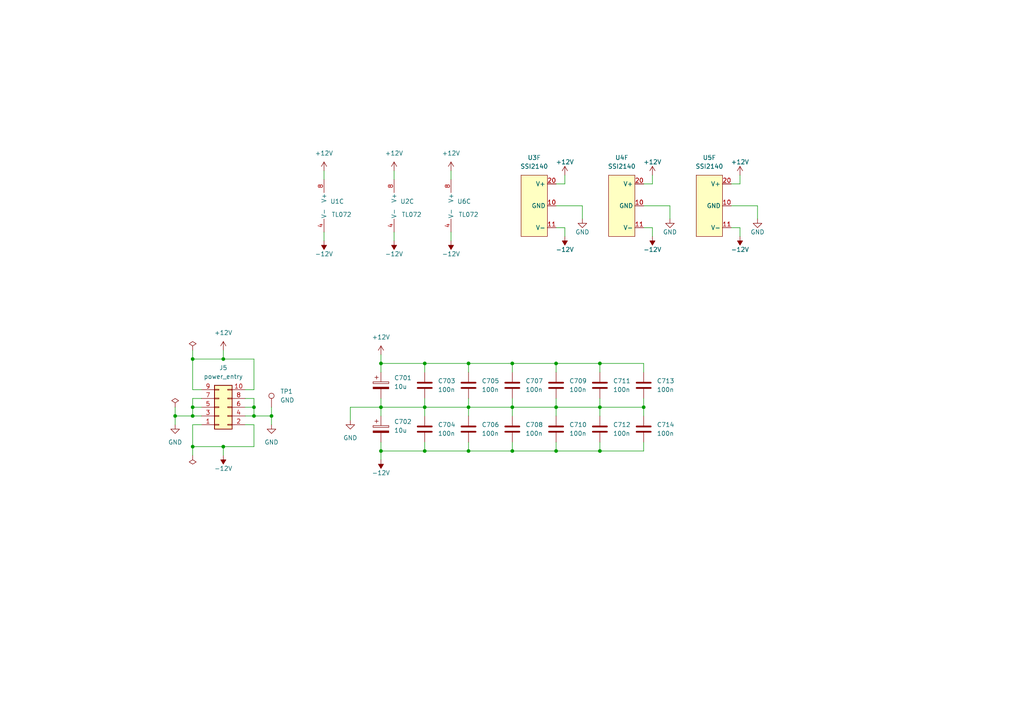
<source format=kicad_sch>
(kicad_sch (version 20211123) (generator eeschema)
  (paper "A4")
  (title_block (title "SSI2140 12-Stage Phase Shifter") (date "2022-10-11") (rev "0") (comment 1 "creativecommons.org/licences/by/4.0") (comment 2 "Licence: CC by 4.0") (comment 3 "Author: Jordan Aceto"))
  (lib_symbols
    (symbol "Amplifier_Operational:TL072" (pin_names (offset 0.127))
      (property "Reference" "U" (at 0 5.08 0))
      (property "Value" "TL072" (at 0 -5.08 0))
      (symbol "TL072_1_1"
        (polyline (pts (xy -5.08 5.08) (xy 5.08 0) (xy -5.08 -5.08) (xy -5.08 5.08)) (stroke (width 0.254)) (fill (type background)))
        (pin output line (at 7.62 0 180) (length 2.54) (name "~") (number "1"))
        (pin input line (at -7.62 -2.54 0) (length 2.54) (name "-") (number "2"))
        (pin input line (at -7.62 2.54 0) (length 2.54) (name "+") (number "3"))
      )
      (symbol "TL072_2_1"
        (polyline (pts (xy -5.08 5.08) (xy 5.08 0) (xy -5.08 -5.08) (xy -5.08 5.08)) (stroke (width 0.254)) (fill (type background)))
        (pin input line (at -7.62 2.54 0) (length 2.54) (name "+") (number "5"))
        (pin input line (at -7.62 -2.54 0) (length 2.54) (name "-") (number "6"))
        (pin output line (at 7.62 0 180) (length 2.54) (name "~") (number "7"))
      )
      (symbol "TL072_3_1"
        (pin power_in line (at -2.54 -7.62 90) (length 3.81) (name "V-") (number "4"))
        (pin power_in line (at -2.54 7.62 270) (length 3.81) (name "V+") (number "8"))
      )
    )
    (symbol "Connector:TestPoint" (pin_numbers hide) (pin_names (offset 0.762) hide)
      (property "Reference" "TP" (at 0 6.858 0))
      (property "Value" "TestPoint" (at 0 5.08 0))
      (symbol "TestPoint_0_1"
        (circle (center 0 3.302) (radius 0.762))
      )
      (symbol "TestPoint_1_1"
        (pin passive line (at 0 0 90) (length 2.54) (name "1") (number "1"))
      )
    )
    (symbol "Connector_Generic:Conn_02x05_Odd_Even" (pin_names (offset 1.016) hide)
      (property "Reference" "J" (at 1.27 7.62 0))
      (property "Value" "Conn_02x05_Odd_Even" (at 1.27 -7.62 0))
      (symbol "Conn_02x05_Odd_Even_1_1"
        (rectangle (start -1.27 -4.953) (end 0 -5.207) (stroke (width 0.1524)))
        (rectangle (start -1.27 -2.413) (end 0 -2.667) (stroke (width 0.1524)))
        (rectangle (start -1.27 0.127) (end 0 -0.127) (stroke (width 0.1524)))
        (rectangle (start -1.27 2.667) (end 0 2.413) (stroke (width 0.1524)))
        (rectangle (start -1.27 5.207) (end 0 4.953) (stroke (width 0.1524)))
        (rectangle (start -1.27 6.35) (end 3.81 -6.35) (stroke (width 0.254)) (fill (type background)))
        (rectangle (start 3.81 -4.953) (end 2.54 -5.207) (stroke (width 0.1524)))
        (rectangle (start 3.81 -2.413) (end 2.54 -2.667) (stroke (width 0.1524)))
        (rectangle (start 3.81 0.127) (end 2.54 -0.127) (stroke (width 0.1524)))
        (rectangle (start 3.81 2.667) (end 2.54 2.413) (stroke (width 0.1524)))
        (rectangle (start 3.81 5.207) (end 2.54 4.953) (stroke (width 0.1524)))
        (pin passive line (at -5.08 5.08 0) (length 3.81) (name "Pin_1") (number "1"))
        (pin passive line (at 7.62 -5.08 180) (length 3.81) (name "Pin_10") (number "10"))
        (pin passive line (at 7.62 5.08 180) (length 3.81) (name "Pin_2") (number "2"))
        (pin passive line (at -5.08 2.54 0) (length 3.81) (name "Pin_3") (number "3"))
        (pin passive line (at 7.62 2.54 180) (length 3.81) (name "Pin_4") (number "4"))
        (pin passive line (at -5.08 0 0) (length 3.81) (name "Pin_5") (number "5"))
        (pin passive line (at 7.62 0 180) (length 3.81) (name "Pin_6") (number "6"))
        (pin passive line (at -5.08 -2.54 0) (length 3.81) (name "Pin_7") (number "7"))
        (pin passive line (at 7.62 -2.54 180) (length 3.81) (name "Pin_8") (number "8"))
        (pin passive line (at -5.08 -5.08 0) (length 3.81) (name "Pin_9") (number "9"))
      )
    )
    (symbol "Device:C" (pin_numbers hide) (pin_names (offset 0.254))
      (property "Reference" "C" (at 0.635 2.54 0))
      (property "Value" "C" (at 0.635 -2.54 0))
      (symbol "C_0_1"
        (polyline (pts (xy -2.032 -0.762) (xy 2.032 -0.762)) (stroke (width 0.508)))
        (polyline (pts (xy -2.032 0.762) (xy 2.032 0.762)) (stroke (width 0.508)))
      )
      (symbol "C_1_1"
        (pin passive line (at 0 3.81 270) (length 2.794) (name "~") (number "1"))
        (pin passive line (at 0 -3.81 90) (length 2.794) (name "~") (number "2"))
      )
    )
    (symbol "Device:C_Polarized" (pin_numbers hide) (pin_names (offset 0.254))
      (property "Reference" "C" (at 0.635 2.54 0))
      (property "Value" "C_Polarized" (at 0.635 -2.54 0))
      (symbol "C_Polarized_0_1"
        (rectangle (start -2.286 0.508) (end 2.286 1.016))
        (polyline (pts (xy -1.778 2.286) (xy -0.762 2.286)))
        (polyline (pts (xy -1.27 2.794) (xy -1.27 1.778)))
        (rectangle (start 2.286 -0.508) (end -2.286 -1.016) (fill (type outline)))
      )
      (symbol "C_Polarized_1_1"
        (pin passive line (at 0 3.81 270) (length 2.794) (name "~") (number "1"))
        (pin passive line (at 0 -3.81 90) (length 2.794) (name "~") (number "2"))
      )
    )
    (symbol "custom_symbols:SSI2140"
      (property "Reference" "U" (at 0 10.16 0))
      (property "Value" "SSI2140" (at 0 7.62 0))
      (symbol "SSI2140_1_0"
        (polyline (pts (xy 0 0) (xy -2.54 0)))
        (polyline (pts (xy 0 -5.08) (xy 0 0) (xy 2.54 0)))
        (polyline (pts (xy -2.54 0) (xy -12.7 6.35) (xy -12.7 -6.35) (xy -2.54 0)) (fill (type background)))
        (text "B1" (at 5.08 0 0) (effects (font (size 1.27 1.27))))
        (text "Gm1" (at -8.89 0 0) (effects (font (size 1.27 1.27))))
      )
      (symbol "SSI2140_1_1"
        (polyline (pts (xy 8.89 0) (xy 2.54 5.08) (xy 2.54 -5.08) (xy 8.89 0)) (fill (type background)))
        (circle (center 0 0) (radius 0.635) (fill (type outline)))
        (pin output line (at 11.43 0 180) (length 2.54) (name "") (number "4"))
        (pin input line (at 0 -7.62 90) (length 2.54) (name "") (number "5"))
        (pin input line (at -15.24 0 0) (length 2.54) (name "") (number "6"))
      )
      (symbol "SSI2140_2_0"
        (polyline (pts (xy 0 0) (xy -2.54 0)))
        (polyline (pts (xy 0 -5.08) (xy 0 0) (xy 2.54 0)))
        (polyline (pts (xy -2.54 0) (xy -12.7 6.35) (xy -12.7 -6.35) (xy -2.54 0)) (fill (type background)))
        (text "B2" (at 5.08 0 0) (effects (font (size 1.27 1.27))))
        (text "Gm2" (at -8.89 0 0) (effects (font (size 1.27 1.27))))
      )
      (symbol "SSI2140_2_1"
        (polyline (pts (xy 8.89 0) (xy 2.54 5.08) (xy 2.54 -5.08) (xy 8.89 0)) (fill (type background)))
        (circle (center 0 0) (radius 0.635) (fill (type outline)))
        (pin output line (at 11.43 0 180) (length 2.54) (name "") (number "1"))
        (pin input line (at 0 -7.62 90) (length 2.54) (name "") (number "2"))
        (pin input line (at -15.24 0 0) (length 2.54) (name "") (number "3"))
      )
      (symbol "SSI2140_3_0"
        (polyline (pts (xy 0 0) (xy -2.54 0)))
        (polyline (pts (xy 0 -5.08) (xy 0 0) (xy 2.54 0)))
        (polyline (pts (xy -2.54 0) (xy -12.7 6.35) (xy -12.7 -6.35) (xy -2.54 0)) (fill (type background)))
        (text "B3" (at 5.08 0 0) (effects (font (size 1.27 1.27))))
        (text "Gm3" (at -8.89 0 0) (effects (font (size 1.27 1.27))))
      )
      (symbol "SSI2140_3_1"
        (polyline (pts (xy 8.89 0) (xy 2.54 5.08) (xy 2.54 -5.08) (xy 8.89 0)) (fill (type background)))
        (circle (center 0 0) (radius 0.635) (fill (type outline)))
        (pin output line (at 11.43 0 180) (length 2.54) (name "") (number "17"))
        (pin input line (at 0 -7.62 90) (length 2.54) (name "") (number "18"))
        (pin input line (at -15.24 0 0) (length 2.54) (name "") (number "19"))
      )
      (symbol "SSI2140_4_0"
        (polyline (pts (xy 0 0) (xy -2.54 0)))
        (polyline (pts (xy 27.94 -5.08) (xy 35.56 5.08)))
        (polyline (pts (xy 35.56 -5.08) (xy 28.575 5.08)))
        (polyline (pts (xy 0 -5.08) (xy 0 0) (xy 2.54 0)))
        (polyline (pts (xy 11.43 0) (xy 11.43 0) (xy 8.89 0)))
        (polyline (pts (xy 20.32 3.175) (xy 14.605 3.175) (xy 14.605 0)))
        (polyline (pts (xy 25.4 -5.08) (xy 25.4 -2.54) (xy 27.94 -2.54)))
        (polyline (pts (xy -2.54 0) (xy -12.7 6.35) (xy -12.7 -6.35) (xy -2.54 0)) (fill (type background)))
        (polyline (pts (xy 35.56 5.08) (xy 27.94 5.08) (xy 27.94 -5.08) (xy 35.56 -5.08)) (fill (type background)))
        (polyline (pts (xy 43.18 0) (xy 35.56 5.08) (xy 35.56 -5.08) (xy 43.18 0)) (fill (type background)))
        (polyline (pts (xy 20.32 3.175) (xy 20.955 4.445) (xy 21.59 1.905) (xy 22.225 4.445) (xy 22.86 1.905) (xy 23.495 4.445) (xy 24.13 1.905) (xy 24.765 4.445) (xy 25.4 3.175) (xy 27.94 3.175)))
        (text "+" (at 26.67 -1.27 0) (effects (font (size 1.27 1.27))))
        (text "-" (at 26.67 3.81 0) (effects (font (size 1.27 1.27))))
        (text "B4" (at 5.08 0 0) (effects (font (size 1.27 1.27))))
        (text "Gm4" (at -8.89 0 0) (effects (font (size 1.27 1.27))))
        (text "Qvca" (at 38.735 0 0) (effects (font (size 1.27 1.27))))
      )
      (symbol "SSI2140_4_1"
        (polyline (pts (xy 11.43 0) (xy 14.605 0)))
        (polyline (pts (xy 8.89 0) (xy 2.54 5.08) (xy 2.54 -5.08) (xy 8.89 0)) (fill (type background)))
        (circle (center 0 0) (radius 0.635) (fill (type outline)))
        (pin input line (at 31.75 -7.62 90) (length 2.54) (name "") (number "12"))
        (pin input line (at 25.4 -7.62 90) (length 2.54) (name "") (number "13"))
        (pin output line (at 11.43 0 180) (length 2.54) (name "") (number "14"))
        (pin input line (at 0 -7.62 90) (length 2.54) (name "") (number "15"))
        (pin input line (at -15.24 0 0) (length 2.54) (name "") (number "16"))
        (pin output line (at 45.72 0 180) (length 2.54) (name "") (number "9"))
      )
      (symbol "SSI2140_5_0"
        (text "Exponential" (at -10.16 2.54 0) (effects (font (size 1.27 1.27)) (justify left)))
        (text "Function" (at -10.16 0 0) (effects (font (size 1.27 1.27)) (justify left)))
        (text "Generator" (at -10.16 -2.54 0) (effects (font (size 1.27 1.27)) (justify left)))
      )
      (symbol "SSI2140_5_1"
        (rectangle (start -11.43 5.08) (end 12.7 -5.08) (fill (type background)))
        (pin input line (at 15.24 2.54 180) (length 2.54) (name "EXPO_CTL") (number "7"))
        (pin input line (at 15.24 -2.54 180) (length 2.54) (name "TEMPCO") (number "8"))
      )
      (symbol "SSI2140_6_0"
        (rectangle (start -3.81 6.35) (end 3.81 -11.43) (fill (type background)))
      )
      (symbol "SSI2140_6_1"
        (pin power_in line (at 6.35 -2.54 180) (length 2.54) (name "GND") (number "10"))
        (pin power_in line (at 6.35 -8.89 180) (length 2.54) (name "V-") (number "11"))
        (pin power_in line (at 6.35 3.81 180) (length 2.54) (name "V+") (number "20"))
      )
    )
    (symbol "power:+12V" (power) (pin_names (offset 0))
      (property "Value" "+12V" (at 0 3.556 0))
      (symbol "+12V_0_1"
        (polyline (pts (xy -0.762 1.27) (xy 0 2.54)))
        (polyline (pts (xy 0 0) (xy 0 2.54)))
        (polyline (pts (xy 0 2.54) (xy 0.762 1.27)))
      )
      (symbol "+12V_1_1"
        (pin power_in line (at 0 0 90) (length 0) hide (name "+12V") (number "1"))
      )
    )
    (symbol "power:-12V" (power) (pin_names (offset 0))
      (property "Value" "-12V" (at 0 3.81 0))
      (symbol "-12V_0_0"
        (pin power_in line (at 0 0 90) (length 0) hide (name "-12V") (number "1"))
      )
      (symbol "-12V_0_1"
        (polyline (pts (xy 0 0) (xy 0 1.27) (xy 0.762 1.27) (xy 0 2.54) (xy -0.762 1.27) (xy 0 1.27)) (fill (type outline)))
      )
    )
    (symbol "power:GND" (power) (pin_names (offset 0))
      (property "Value" "GND" (at 0 -3.81 0))
      (symbol "GND_0_1"
        (polyline (pts (xy 0 0) (xy 0 -1.27) (xy 1.27 -1.27) (xy 0 -2.54) (xy -1.27 -1.27) (xy 0 -1.27)))
      )
      (symbol "GND_1_1"
        (pin power_in line (at 0 0 270) (length 0) hide (name "GND") (number "1"))
      )
    )
    (symbol "power:PWR_FLAG" (power) (pin_numbers hide) (pin_names (offset 0) hide)
      (property "Value" "PWR_FLAG" (at 0 3.81 0))
      (symbol "PWR_FLAG_0_0"
        (pin power_out line (at 0 0 90) (length 0) (name "pwr") (number "1"))
      )
      (symbol "PWR_FLAG_0_1"
        (polyline (pts (xy 0 0) (xy 0 1.27) (xy -1.016 1.905) (xy 0 2.54) (xy 1.016 1.905) (xy 0 1.27)))
      )
    )
  )
  (junction (at 148.59 130.81))
  (junction (at 148.59 118.11))
  (junction (at 186.69 118.11))
  (junction (at 135.89 130.81))
  (junction (at 135.89 118.11))
  (junction (at 161.29 105.41))
  (junction (at 110.49 105.41))
  (junction (at 161.29 130.81))
  (junction (at 173.99 105.41))
  (junction (at 173.99 130.81))
  (junction (at 78.74 120.65))
  (junction (at 55.88 118.11))
  (junction (at 50.8 120.65))
  (junction (at 64.77 129.54))
  (junction (at 148.59 105.41))
  (junction (at 135.89 105.41))
  (junction (at 110.49 130.81))
  (junction (at 55.88 104.14))
  (junction (at 110.49 118.11))
  (junction (at 123.19 130.81))
  (junction (at 73.66 118.11))
  (junction (at 55.88 129.54))
  (junction (at 73.66 120.65))
  (junction (at 123.19 118.11))
  (junction (at 123.19 105.41))
  (junction (at 161.29 118.11))
  (junction (at 55.88 120.65))
  (junction (at 64.77 104.14))
  (junction (at 173.99 118.11))
  (wire (pts (xy 110.49 115.57) (xy 110.49 118.11)))
  (wire (pts (xy 161.29 130.81) (xy 173.99 130.81)))
  (wire (pts (xy 64.77 104.14) (xy 55.88 104.14)))
  (wire (pts (xy 64.77 129.54) (xy 73.66 129.54)))
  (wire (pts (xy 163.83 68.58) (xy 163.83 66.04)))
  (wire (pts (xy 55.88 113.03) (xy 58.42 113.03)))
  (wire (pts (xy 173.99 105.41) (xy 161.29 105.41)))
  (wire (pts (xy 161.29 118.11) (xy 161.29 120.65)))
  (wire (pts (xy 55.88 118.11) (xy 55.88 120.65)))
  (wire (pts (xy 189.23 68.58) (xy 189.23 66.04)))
  (wire (pts (xy 101.6 121.92) (xy 101.6 118.11)))
  (wire (pts (xy 219.71 59.69) (xy 212.09 59.69)))
  (wire (pts (xy 50.8 123.19) (xy 50.8 120.65)))
  (wire (pts (xy 123.19 130.81) (xy 135.89 130.81)))
  (wire (pts (xy 55.88 101.6) (xy 55.88 104.14)))
  (wire (pts (xy 110.49 118.11) (xy 123.19 118.11)))
  (wire (pts (xy 186.69 105.41) (xy 173.99 105.41)))
  (wire (pts (xy 71.12 120.65) (xy 73.66 120.65)))
  (wire (pts (xy 161.29 105.41) (xy 148.59 105.41)))
  (wire (pts (xy 186.69 118.11) (xy 186.69 115.57)))
  (wire (pts (xy 123.19 130.81) (xy 110.49 130.81)))
  (wire (pts (xy 168.91 63.5) (xy 168.91 59.69)))
  (wire (pts (xy 214.63 53.34) (xy 212.09 53.34)))
  (wire (pts (xy 189.23 53.34) (xy 186.69 53.34)))
  (wire (pts (xy 55.88 104.14) (xy 55.88 113.03)))
  (wire (pts (xy 130.81 49.53) (xy 130.81 52.07)))
  (wire (pts (xy 123.19 105.41) (xy 123.19 107.95)))
  (wire (pts (xy 214.63 66.04) (xy 212.09 66.04)))
  (wire (pts (xy 78.74 118.11) (xy 78.74 120.65)))
  (wire (pts (xy 110.49 102.87) (xy 110.49 105.41)))
  (wire (pts (xy 123.19 118.11) (xy 123.19 120.65)))
  (wire (pts (xy 110.49 130.81) (xy 110.49 128.27)))
  (wire (pts (xy 114.3 49.53) (xy 114.3 52.07)))
  (wire (pts (xy 71.12 115.57) (xy 73.66 115.57)))
  (wire (pts (xy 114.3 69.85) (xy 114.3 67.31)))
  (wire (pts (xy 148.59 130.81) (xy 148.59 128.27)))
  (wire (pts (xy 64.77 101.6) (xy 64.77 104.14)))
  (wire (pts (xy 71.12 113.03) (xy 73.66 113.03)))
  (wire (pts (xy 163.83 66.04) (xy 161.29 66.04)))
  (wire (pts (xy 58.42 120.65) (xy 55.88 120.65)))
  (wire (pts (xy 55.88 118.11) (xy 58.42 118.11)))
  (wire (pts (xy 161.29 115.57) (xy 161.29 118.11)))
  (wire (pts (xy 64.77 129.54) (xy 64.77 132.08)))
  (wire (pts (xy 189.23 66.04) (xy 186.69 66.04)))
  (wire (pts (xy 73.66 118.11) (xy 73.66 115.57)))
  (wire (pts (xy 110.49 105.41) (xy 110.49 107.95)))
  (wire (pts (xy 194.31 63.5) (xy 194.31 59.69)))
  (wire (pts (xy 148.59 107.95) (xy 148.59 105.41)))
  (wire (pts (xy 55.88 115.57) (xy 55.88 118.11)))
  (wire (pts (xy 161.29 105.41) (xy 161.29 107.95)))
  (wire (pts (xy 73.66 120.65) (xy 73.66 118.11)))
  (wire (pts (xy 135.89 118.11) (xy 135.89 115.57)))
  (wire (pts (xy 55.88 123.19) (xy 55.88 129.54)))
  (wire (pts (xy 173.99 118.11) (xy 173.99 115.57)))
  (wire (pts (xy 123.19 115.57) (xy 123.19 118.11)))
  (wire (pts (xy 161.29 130.81) (xy 148.59 130.81)))
  (wire (pts (xy 189.23 50.8) (xy 189.23 53.34)))
  (wire (pts (xy 194.31 59.69) (xy 186.69 59.69)))
  (wire (pts (xy 135.89 118.11) (xy 123.19 118.11)))
  (wire (pts (xy 78.74 123.19) (xy 78.74 120.65)))
  (wire (pts (xy 50.8 118.11) (xy 50.8 120.65)))
  (wire (pts (xy 130.81 69.85) (xy 130.81 67.31)))
  (wire (pts (xy 214.63 68.58) (xy 214.63 66.04)))
  (wire (pts (xy 173.99 130.81) (xy 186.69 130.81)))
  (wire (pts (xy 110.49 133.35) (xy 110.49 130.81)))
  (wire (pts (xy 93.98 69.85) (xy 93.98 67.31)))
  (wire (pts (xy 148.59 105.41) (xy 135.89 105.41)))
  (wire (pts (xy 173.99 118.11) (xy 161.29 118.11)))
  (wire (pts (xy 173.99 130.81) (xy 173.99 128.27)))
  (wire (pts (xy 214.63 50.8) (xy 214.63 53.34)))
  (wire (pts (xy 135.89 130.81) (xy 135.89 128.27)))
  (wire (pts (xy 186.69 120.65) (xy 186.69 118.11)))
  (wire (pts (xy 73.66 104.14) (xy 64.77 104.14)))
  (wire (pts (xy 186.69 118.11) (xy 173.99 118.11)))
  (wire (pts (xy 93.98 49.53) (xy 93.98 52.07)))
  (wire (pts (xy 148.59 118.11) (xy 135.89 118.11)))
  (wire (pts (xy 55.88 132.08) (xy 55.88 129.54)))
  (wire (pts (xy 135.89 105.41) (xy 135.89 107.95)))
  (wire (pts (xy 123.19 105.41) (xy 110.49 105.41)))
  (wire (pts (xy 186.69 130.81) (xy 186.69 128.27)))
  (wire (pts (xy 168.91 59.69) (xy 161.29 59.69)))
  (wire (pts (xy 123.19 128.27) (xy 123.19 130.81)))
  (wire (pts (xy 110.49 118.11) (xy 110.49 120.65)))
  (wire (pts (xy 55.88 115.57) (xy 58.42 115.57)))
  (wire (pts (xy 73.66 123.19) (xy 71.12 123.19)))
  (wire (pts (xy 163.83 53.34) (xy 161.29 53.34)))
  (wire (pts (xy 71.12 118.11) (xy 73.66 118.11)))
  (wire (pts (xy 148.59 120.65) (xy 148.59 118.11)))
  (wire (pts (xy 73.66 113.03) (xy 73.66 104.14)))
  (wire (pts (xy 135.89 130.81) (xy 148.59 130.81)))
  (wire (pts (xy 148.59 118.11) (xy 161.29 118.11)))
  (wire (pts (xy 173.99 105.41) (xy 173.99 107.95)))
  (wire (pts (xy 73.66 129.54) (xy 73.66 123.19)))
  (wire (pts (xy 135.89 118.11) (xy 135.89 120.65)))
  (wire (pts (xy 161.29 128.27) (xy 161.29 130.81)))
  (wire (pts (xy 58.42 123.19) (xy 55.88 123.19)))
  (wire (pts (xy 78.74 120.65) (xy 73.66 120.65)))
  (wire (pts (xy 55.88 129.54) (xy 64.77 129.54)))
  (wire (pts (xy 101.6 118.11) (xy 110.49 118.11)))
  (wire (pts (xy 135.89 105.41) (xy 123.19 105.41)))
  (wire (pts (xy 173.99 118.11) (xy 173.99 120.65)))
  (wire (pts (xy 163.83 50.8) (xy 163.83 53.34)))
  (wire (pts (xy 219.71 63.5) (xy 219.71 59.69)))
  (wire (pts (xy 148.59 118.11) (xy 148.59 115.57)))
  (wire (pts (xy 186.69 107.95) (xy 186.69 105.41)))
  (wire (pts (xy 50.8 120.65) (xy 55.88 120.65)))
  (symbol (lib_id "power:GND") (at 78.74 123.19 0) (unit 1)
    (property "Reference" "#PWR023" (effects hide))
    (property "Value" "GND" (at 78.74 128.27 0))
  )
  (symbol (lib_id "power:+12V") (at 110.49 102.87 0) (unit 1)
    (property "Reference" "#PWR030" (effects hide))
    (property "Value" "+12V" (at 110.49 97.79 0))
  )
  (symbol (lib_id "Device:C") (at 161.29 111.76 0) (unit 1)
    (property "Reference" "C709" (at 165.1 110.4899 0) (effects (justify left)))
    (property "Value" "100n" (at 165.1 113.0299 0) (effects (justify left)))
    (property "Footprint" "Capacitor_SMD:C_0603_1608Metric" (effects hide))
  )
  (symbol (lib_id "Device:C") (at 148.59 124.46 0) (unit 1)
    (property "Reference" "C708" (at 152.4 123.1899 0) (effects (justify left)))
    (property "Value" "100n" (at 152.4 125.7299 0) (effects (justify left)))
    (property "Footprint" "Capacitor_SMD:C_0603_1608Metric" (effects hide))
  )
  (symbol (lib_id "Device:C_Polarized") (at 110.49 111.76 0) (unit 1)
    (property "Reference" "C701" (at 114.3 109.6009 0) (effects (justify left)))
    (property "Value" "10u" (at 114.3 112.1409 0) (effects (justify left)))
    (property "Footprint" "Capacitor_THT:CP_Radial_D6.3mm_P2.50mm" (effects hide))
  )
  (symbol (lib_id "Device:C") (at 123.19 124.46 0) (unit 1)
    (property "Reference" "C704" (at 127 123.1899 0) (effects (justify left)))
    (property "Value" "100n" (at 127 125.7299 0) (effects (justify left)))
    (property "Footprint" "Capacitor_SMD:C_0603_1608Metric" (effects hide))
  )
  (symbol (lib_id "power:-12V") (at 93.98 69.85 180) (unit 1)
    (property "Reference" "#PWR028" (effects hide))
    (property "Value" "-12V" (at 93.98 73.66 0))
  )
  (symbol (lib_id "power:-12V") (at 130.81 69.85 180) (unit 1)
    (property "Reference" "#PWR0702" (effects hide))
    (property "Value" "-12V" (at 130.81 73.66 0))
  )
  (symbol (lib_id "power:-12V") (at 64.77 132.08 180) (unit 1)
    (property "Reference" "#PWR022" (effects hide))
    (property "Value" "-12V" (at 64.77 135.89 0))
  )
  (symbol (lib_id "Device:C") (at 148.59 111.76 0) (unit 1)
    (property "Reference" "C707" (at 152.4 110.4899 0) (effects (justify left)))
    (property "Value" "100n" (at 152.4 113.0299 0) (effects (justify left)))
    (property "Footprint" "Capacitor_SMD:C_0603_1608Metric" (effects hide))
  )
  (symbol (lib_id "custom_symbols:SSI2140") (at 154.94 57.15 0) (unit 6)
    (property "Reference" "U3" (at 154.94 45.72 0))
    (property "Value" "SSI2140" (at 154.94 48.26 0))
    (property "Footprint" "Package_SO:TSSOP-20_4.4x6.5mm_P0.65mm" (effects hide))
  )
  (symbol (lib_id "power:+12V") (at 214.63 50.8 0) (unit 1)
    (property "Reference" "#PWR0708" (effects hide))
    (property "Value" "+12V" (at 214.63 46.99 0))
  )
  (symbol (lib_id "Device:C") (at 135.89 111.76 0) (unit 1)
    (property "Reference" "C705" (at 139.7 110.4899 0) (effects (justify left)))
    (property "Value" "100n" (at 139.7 113.0299 0) (effects (justify left)))
    (property "Footprint" "Capacitor_SMD:C_0603_1608Metric" (effects hide))
  )
  (symbol (lib_id "power:+12V") (at 163.83 50.8 0) (unit 1)
    (property "Reference" "#PWR024" (effects hide))
    (property "Value" "+12V" (at 163.83 46.99 0))
  )
  (symbol (lib_id "custom_symbols:SSI2140") (at 205.74 57.15 0) (unit 6)
    (property "Reference" "U5" (at 205.74 45.72 0))
    (property "Value" "SSI2140" (at 205.74 48.26 0))
    (property "Footprint" "Package_SO:TSSOP-20_4.4x6.5mm_P0.65mm" (effects hide))
  )
  (symbol (lib_id "power:PWR_FLAG") (at 55.88 132.08 180) (unit 1)
    (property "Reference" "#FLG03" (effects hide))
    (property "Value" "PWR_FLAG" (effects hide))
  )
  (symbol (lib_id "power:+12V") (at 130.81 49.53 0) (unit 1)
    (property "Reference" "#PWR0701" (effects hide))
    (property "Value" "+12V" (at 130.81 44.45 0))
  )
  (symbol (lib_id "Amplifier_Operational:TL072") (at 96.52 59.69 0) (unit 3)
    (property "Reference" "U1" (at 97.79 58.42 0))
    (property "Value" "TL072" (at 99.06 62.23 0))
    (property "Footprint" "Package_SO:SOIC-8_3.9x4.9mm_P1.27mm" (effects hide))
    (property "Datasheet" "http://www.ti.com/lit/ds/symlink/tl071.pdf" (effects hide))
  )
  (symbol (lib_id "Device:C") (at 186.69 111.76 0) (unit 1)
    (property "Reference" "C713" (at 190.5 110.4899 0) (effects (justify left)))
    (property "Value" "100n" (at 190.5 113.0299 0) (effects (justify left)))
    (property "Footprint" "Capacitor_SMD:C_0603_1608Metric" (effects hide))
  )
  (symbol (lib_id "Device:C") (at 123.19 111.76 0) (unit 1)
    (property "Reference" "C703" (at 127 110.4899 0) (effects (justify left)))
    (property "Value" "100n" (at 127 113.0299 0) (effects (justify left)))
    (property "Footprint" "Capacitor_SMD:C_0603_1608Metric" (effects hide))
  )
  (symbol (lib_id "Connector:TestPoint") (at 78.74 118.11 0) (unit 1) (in_bom no)
    (property "Reference" "TP1" (at 81.28 113.5379 0) (effects (justify left)))
    (property "Value" "GND" (at 81.28 116.0779 0) (effects (justify left)))
    (property "Footprint" "TestPoint:TestPoint_Bridge_Pitch7.62mm_Drill1.3mm" (effects hide))
  )
  (symbol (lib_id "Device:C") (at 135.89 124.46 0) (unit 1)
    (property "Reference" "C706" (at 139.7 123.1899 0) (effects (justify left)))
    (property "Value" "100n" (at 139.7 125.7299 0) (effects (justify left)))
    (property "Footprint" "Capacitor_SMD:C_0603_1608Metric" (effects hide))
  )
  (symbol (lib_id "Device:C") (at 186.69 124.46 0) (unit 1)
    (property "Reference" "C714" (at 190.5 123.1899 0) (effects (justify left)))
    (property "Value" "100n" (at 190.5 125.7299 0) (effects (justify left)))
    (property "Footprint" "Capacitor_SMD:C_0603_1608Metric" (effects hide))
  )
  (symbol (lib_id "power:GND") (at 168.91 63.5 0) (unit 1)
    (property "Reference" "#PWR026" (effects hide))
    (property "Value" "GND" (at 168.91 67.31 0))
  )
  (symbol (lib_id "power:-12V") (at 163.83 68.58 180) (unit 1)
    (property "Reference" "#PWR025" (effects hide))
    (property "Value" "-12V" (at 163.83 72.39 0))
  )
  (symbol (lib_id "power:+12V") (at 93.98 49.53 0) (unit 1)
    (property "Reference" "#PWR027" (effects hide))
    (property "Value" "+12V" (at 93.98 44.45 0))
  )
  (symbol (lib_id "power:PWR_FLAG") (at 50.8 118.11 0) (unit 1)
    (property "Reference" "#FLG01" (effects hide))
    (property "Value" "PWR_FLAG" (effects hide))
  )
  (symbol (lib_id "power:-12V") (at 214.63 68.58 180) (unit 1)
    (property "Reference" "#PWR0709" (effects hide))
    (property "Value" "-12V" (at 214.63 72.39 0))
  )
  (symbol (lib_id "Connector_Generic:Conn_02x05_Odd_Even") (at 63.5 118.11 0) (mirror x) (unit 1)
    (property "Reference" "J5" (at 64.77 106.68 0))
    (property "Value" "power_entry" (at 64.77 109.22 0))
    (property "Footprint" "Connector_PinHeader_2.54mm:PinHeader_2x05_P2.54mm_Vertical" (effects hide))
  )
  (symbol (lib_id "Device:C") (at 161.29 124.46 0) (unit 1)
    (property "Reference" "C710" (at 165.1 123.1899 0) (effects (justify left)))
    (property "Value" "100n" (at 165.1 125.7299 0) (effects (justify left)))
    (property "Footprint" "Capacitor_SMD:C_0603_1608Metric" (effects hide))
  )
  (symbol (lib_id "power:-12V") (at 110.49 133.35 180) (unit 1)
    (property "Reference" "#PWR031" (effects hide))
    (property "Value" "-12V" (at 110.49 137.16 0))
  )
  (symbol (lib_id "Amplifier_Operational:TL072") (at 116.84 59.69 0) (unit 3)
    (property "Reference" "U2" (at 118.11 58.42 0))
    (property "Value" "TL072" (at 119.38 62.23 0))
    (property "Footprint" "Package_SO:SOIC-8_3.9x4.9mm_P1.27mm" (effects hide))
    (property "Datasheet" "http://www.ti.com/lit/ds/symlink/tl071.pdf" (effects hide))
  )
  (symbol (lib_id "power:GND") (at 50.8 123.19 0) (mirror y) (unit 1)
    (property "Reference" "#PWR020" (effects hide))
    (property "Value" "GND" (at 50.8 128.27 0))
  )
  (symbol (lib_id "power:-12V") (at 114.3 69.85 180) (unit 1)
    (property "Reference" "#PWR033" (effects hide))
    (property "Value" "-12V" (at 114.3 73.66 0))
  )
  (symbol (lib_id "power:-12V") (at 189.23 68.58 180) (unit 1)
    (property "Reference" "#PWR0705" (effects hide))
    (property "Value" "-12V" (at 189.23 72.39 0))
  )
  (symbol (lib_id "power:+12V") (at 114.3 49.53 0) (unit 1)
    (property "Reference" "#PWR032" (effects hide))
    (property "Value" "+12V" (at 114.3 44.45 0))
  )
  (symbol (lib_id "Device:C_Polarized") (at 110.49 124.46 0) (unit 1)
    (property "Reference" "C702" (at 114.3 122.3009 0) (effects (justify left)))
    (property "Value" "10u" (at 114.3 124.8409 0) (effects (justify left)))
    (property "Footprint" "Capacitor_THT:CP_Radial_D6.3mm_P2.50mm" (effects hide))
  )
  (symbol (lib_id "power:PWR_FLAG") (at 55.88 101.6 0) (unit 1)
    (property "Reference" "#FLG02" (effects hide))
    (property "Value" "PWR_FLAG" (effects hide))
  )
  (symbol (lib_id "power:+12V") (at 189.23 50.8 0) (unit 1)
    (property "Reference" "#PWR0704" (effects hide))
    (property "Value" "+12V" (at 189.23 46.99 0))
  )
  (symbol (lib_id "power:GND") (at 194.31 63.5 0) (unit 1)
    (property "Reference" "#PWR0706" (effects hide))
    (property "Value" "GND" (at 194.31 67.31 0))
  )
  (symbol (lib_id "power:+12V") (at 64.77 101.6 0) (unit 1)
    (property "Reference" "#PWR021" (effects hide))
    (property "Value" "+12V" (at 64.77 96.52 0))
  )
  (symbol (lib_id "power:GND") (at 101.6 121.92 0) (unit 1)
    (property "Reference" "#PWR029" (effects hide))
    (property "Value" "GND" (at 101.6 127 0))
  )
  (symbol (lib_id "Amplifier_Operational:TL072") (at 133.35 59.69 0) (unit 3)
    (property "Reference" "U6" (at 134.62 58.42 0))
    (property "Value" "TL072" (at 135.89 62.23 0))
    (property "Footprint" "Package_SO:SOIC-8_3.9x4.9mm_P1.27mm" (effects hide))
    (property "Datasheet" "http://www.ti.com/lit/ds/symlink/tl071.pdf" (effects hide))
  )
  (symbol (lib_id "Device:C") (at 173.99 111.76 0) (unit 1)
    (property "Reference" "C711" (at 177.8 110.4899 0) (effects (justify left)))
    (property "Value" "100n" (at 177.8 113.0299 0) (effects (justify left)))
    (property "Footprint" "Capacitor_SMD:C_0603_1608Metric" (effects hide))
  )
  (symbol (lib_id "custom_symbols:SSI2140") (at 180.34 57.15 0) (unit 6)
    (property "Reference" "U4" (at 180.34 45.72 0))
    (property "Value" "SSI2140" (at 180.34 48.26 0))
    (property "Footprint" "Package_SO:TSSOP-20_4.4x6.5mm_P0.65mm" (effects hide))
  )
  (symbol (lib_id "power:GND") (at 219.71 63.5 0) (unit 1)
    (property "Reference" "#PWR0710" (effects hide))
    (property "Value" "GND" (at 219.71 67.31 0))
  )
  (symbol (lib_id "Device:C") (at 173.99 124.46 0) (unit 1)
    (property "Reference" "C712" (at 177.8 123.1899 0) (effects (justify left)))
    (property "Value" "100n" (at 177.8 125.7299 0) (effects (justify left)))
    (property "Footprint" "Capacitor_SMD:C_0603_1608Metric" (effects hide))
  )
)
</source>
